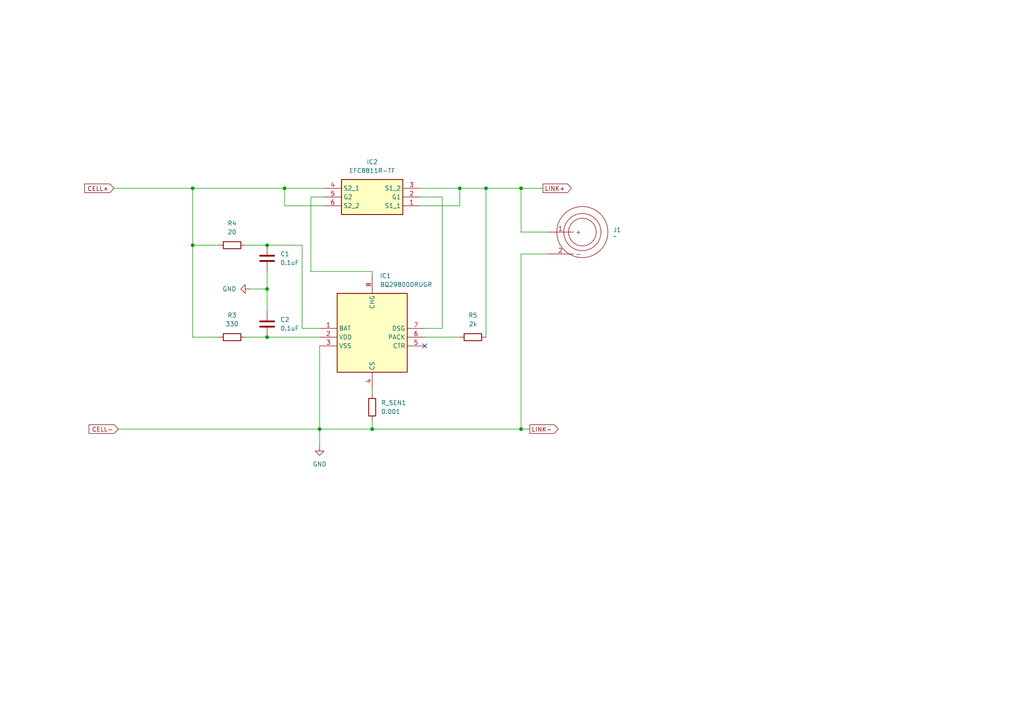
<source format=kicad_sch>
(kicad_sch
	(version 20231120)
	(generator "eeschema")
	(generator_version "8.0")
	(uuid "463bbe92-7f47-47ca-96a4-4d541ad2c704")
	(paper "A4")
	(lib_symbols
		(symbol "BQ298000RUGR:BQ298000RUGR"
			(exclude_from_sim no)
			(in_bom yes)
			(on_board yes)
			(property "Reference" "IC"
				(at 26.67 15.24 0)
				(effects
					(font
						(size 1.27 1.27)
					)
					(justify left top)
				)
			)
			(property "Value" "BQ298000RUGR"
				(at 26.67 12.7 0)
				(effects
					(font
						(size 1.27 1.27)
					)
					(justify left top)
				)
			)
			(property "Footprint" "ADS7056IRUGR"
				(at 26.67 -87.3 0)
				(effects
					(font
						(size 1.27 1.27)
					)
					(justify left top)
					(hide yes)
				)
			)
			(property "Datasheet" "http://www.ti.com/lit/ds/symlink/bq2980.pdf"
				(at 26.67 -187.3 0)
				(effects
					(font
						(size 1.27 1.27)
					)
					(justify left top)
					(hide yes)
				)
			)
			(property "Description" "Battery Management High Side Protector for Single-Cell Li-Ion and Li-Polymer Batteries 8-X2QFN -40 to 85"
				(at 0 0 0)
				(effects
					(font
						(size 1.27 1.27)
					)
					(hide yes)
				)
			)
			(property "Height" "0"
				(at 26.67 -387.3 0)
				(effects
					(font
						(size 1.27 1.27)
					)
					(justify left top)
					(hide yes)
				)
			)
			(property "Manufacturer_Name" "Texas Instruments"
				(at 26.67 -487.3 0)
				(effects
					(font
						(size 1.27 1.27)
					)
					(justify left top)
					(hide yes)
				)
			)
			(property "Manufacturer_Part_Number" "BQ298000RUGR"
				(at 26.67 -587.3 0)
				(effects
					(font
						(size 1.27 1.27)
					)
					(justify left top)
					(hide yes)
				)
			)
			(property "Mouser Part Number" "595-BQ298000RUGR"
				(at 26.67 -687.3 0)
				(effects
					(font
						(size 1.27 1.27)
					)
					(justify left top)
					(hide yes)
				)
			)
			(property "Mouser Price/Stock" "https://www.mouser.co.uk/ProductDetail/Texas-Instruments/BQ298000RUGR?qs=j%252B1pi9TdxUbn%2FH56y1yaKw%3D%3D"
				(at 26.67 -787.3 0)
				(effects
					(font
						(size 1.27 1.27)
					)
					(justify left top)
					(hide yes)
				)
			)
			(property "Arrow Part Number" "BQ298000RUGR"
				(at 26.67 -887.3 0)
				(effects
					(font
						(size 1.27 1.27)
					)
					(justify left top)
					(hide yes)
				)
			)
			(property "Arrow Price/Stock" "https://www.arrow.com/en/products/bq298000rugr/texas-instruments?utm_currency=USD&region=nac"
				(at 26.67 -987.3 0)
				(effects
					(font
						(size 1.27 1.27)
					)
					(justify left top)
					(hide yes)
				)
			)
			(symbol "BQ298000RUGR_1_1"
				(rectangle
					(start 5.08 10.16)
					(end 25.4 -12.7)
					(stroke
						(width 0.254)
						(type default)
					)
					(fill
						(type background)
					)
				)
				(pin passive line
					(at 0 0 0)
					(length 5.08)
					(name "BAT"
						(effects
							(font
								(size 1.27 1.27)
							)
						)
					)
					(number "1"
						(effects
							(font
								(size 1.27 1.27)
							)
						)
					)
				)
				(pin passive line
					(at 0 -2.54 0)
					(length 5.08)
					(name "VDD"
						(effects
							(font
								(size 1.27 1.27)
							)
						)
					)
					(number "2"
						(effects
							(font
								(size 1.27 1.27)
							)
						)
					)
				)
				(pin passive line
					(at 0 -5.08 0)
					(length 5.08)
					(name "VSS"
						(effects
							(font
								(size 1.27 1.27)
							)
						)
					)
					(number "3"
						(effects
							(font
								(size 1.27 1.27)
							)
						)
					)
				)
				(pin passive line
					(at 15.24 -17.78 90)
					(length 5.08)
					(name "CS"
						(effects
							(font
								(size 1.27 1.27)
							)
						)
					)
					(number "4"
						(effects
							(font
								(size 1.27 1.27)
							)
						)
					)
				)
				(pin passive line
					(at 30.48 -5.08 180)
					(length 5.08)
					(name "CTR"
						(effects
							(font
								(size 1.27 1.27)
							)
						)
					)
					(number "5"
						(effects
							(font
								(size 1.27 1.27)
							)
						)
					)
				)
				(pin passive line
					(at 30.48 -2.54 180)
					(length 5.08)
					(name "PACK"
						(effects
							(font
								(size 1.27 1.27)
							)
						)
					)
					(number "6"
						(effects
							(font
								(size 1.27 1.27)
							)
						)
					)
				)
				(pin passive line
					(at 30.48 0 180)
					(length 5.08)
					(name "DSG"
						(effects
							(font
								(size 1.27 1.27)
							)
						)
					)
					(number "7"
						(effects
							(font
								(size 1.27 1.27)
							)
						)
					)
				)
				(pin passive line
					(at 15.24 15.24 270)
					(length 5.08)
					(name "CHG"
						(effects
							(font
								(size 1.27 1.27)
							)
						)
					)
					(number "8"
						(effects
							(font
								(size 1.27 1.27)
							)
						)
					)
				)
			)
		)
		(symbol "Device:C"
			(pin_numbers hide)
			(pin_names
				(offset 0.254)
			)
			(exclude_from_sim no)
			(in_bom yes)
			(on_board yes)
			(property "Reference" "C"
				(at 0.635 2.54 0)
				(effects
					(font
						(size 1.27 1.27)
					)
					(justify left)
				)
			)
			(property "Value" "C"
				(at 0.635 -2.54 0)
				(effects
					(font
						(size 1.27 1.27)
					)
					(justify left)
				)
			)
			(property "Footprint" ""
				(at 0.9652 -3.81 0)
				(effects
					(font
						(size 1.27 1.27)
					)
					(hide yes)
				)
			)
			(property "Datasheet" "~"
				(at 0 0 0)
				(effects
					(font
						(size 1.27 1.27)
					)
					(hide yes)
				)
			)
			(property "Description" "Unpolarized capacitor"
				(at 0 0 0)
				(effects
					(font
						(size 1.27 1.27)
					)
					(hide yes)
				)
			)
			(property "ki_keywords" "cap capacitor"
				(at 0 0 0)
				(effects
					(font
						(size 1.27 1.27)
					)
					(hide yes)
				)
			)
			(property "ki_fp_filters" "C_*"
				(at 0 0 0)
				(effects
					(font
						(size 1.27 1.27)
					)
					(hide yes)
				)
			)
			(symbol "C_0_1"
				(polyline
					(pts
						(xy -2.032 -0.762) (xy 2.032 -0.762)
					)
					(stroke
						(width 0.508)
						(type default)
					)
					(fill
						(type none)
					)
				)
				(polyline
					(pts
						(xy -2.032 0.762) (xy 2.032 0.762)
					)
					(stroke
						(width 0.508)
						(type default)
					)
					(fill
						(type none)
					)
				)
			)
			(symbol "C_1_1"
				(pin passive line
					(at 0 3.81 270)
					(length 2.794)
					(name "~"
						(effects
							(font
								(size 1.27 1.27)
							)
						)
					)
					(number "1"
						(effects
							(font
								(size 1.27 1.27)
							)
						)
					)
				)
				(pin passive line
					(at 0 -3.81 90)
					(length 2.794)
					(name "~"
						(effects
							(font
								(size 1.27 1.27)
							)
						)
					)
					(number "2"
						(effects
							(font
								(size 1.27 1.27)
							)
						)
					)
				)
			)
		)
		(symbol "Device:R"
			(pin_numbers hide)
			(pin_names
				(offset 0)
			)
			(exclude_from_sim no)
			(in_bom yes)
			(on_board yes)
			(property "Reference" "R"
				(at 2.032 0 90)
				(effects
					(font
						(size 1.27 1.27)
					)
				)
			)
			(property "Value" "R"
				(at 0 0 90)
				(effects
					(font
						(size 1.27 1.27)
					)
				)
			)
			(property "Footprint" ""
				(at -1.778 0 90)
				(effects
					(font
						(size 1.27 1.27)
					)
					(hide yes)
				)
			)
			(property "Datasheet" "~"
				(at 0 0 0)
				(effects
					(font
						(size 1.27 1.27)
					)
					(hide yes)
				)
			)
			(property "Description" "Resistor"
				(at 0 0 0)
				(effects
					(font
						(size 1.27 1.27)
					)
					(hide yes)
				)
			)
			(property "ki_keywords" "R res resistor"
				(at 0 0 0)
				(effects
					(font
						(size 1.27 1.27)
					)
					(hide yes)
				)
			)
			(property "ki_fp_filters" "R_*"
				(at 0 0 0)
				(effects
					(font
						(size 1.27 1.27)
					)
					(hide yes)
				)
			)
			(symbol "R_0_1"
				(rectangle
					(start -1.016 -2.54)
					(end 1.016 2.54)
					(stroke
						(width 0.254)
						(type default)
					)
					(fill
						(type none)
					)
				)
			)
			(symbol "R_1_1"
				(pin passive line
					(at 0 3.81 270)
					(length 1.27)
					(name "~"
						(effects
							(font
								(size 1.27 1.27)
							)
						)
					)
					(number "1"
						(effects
							(font
								(size 1.27 1.27)
							)
						)
					)
				)
				(pin passive line
					(at 0 -3.81 90)
					(length 1.27)
					(name "~"
						(effects
							(font
								(size 1.27 1.27)
							)
						)
					)
					(number "2"
						(effects
							(font
								(size 1.27 1.27)
							)
						)
					)
				)
			)
		)
		(symbol "EFC8811R-TF:EFC8811R-TF"
			(exclude_from_sim no)
			(in_bom yes)
			(on_board yes)
			(property "Reference" "IC"
				(at 24.13 7.62 0)
				(effects
					(font
						(size 1.27 1.27)
					)
					(justify left top)
				)
			)
			(property "Value" "EFC8811R-TF"
				(at 24.13 5.08 0)
				(effects
					(font
						(size 1.27 1.27)
					)
					(justify left top)
				)
			)
			(property "Footprint" "EFC8811RTF"
				(at 24.13 -94.92 0)
				(effects
					(font
						(size 1.27 1.27)
					)
					(justify left top)
					(hide yes)
				)
			)
			(property "Datasheet" "https://www.onsemi.com/pub/Collateral/EFC8811R-D.PDF"
				(at 24.13 -194.92 0)
				(effects
					(font
						(size 1.27 1.27)
					)
					(justify left top)
					(hide yes)
				)
			)
			(property "Description" "RoHS compliance; 2.5 V drive; 2 kV ESD HBM; Common-Drain Type; ESD Diode-Protected Gate"
				(at 0 0 0)
				(effects
					(font
						(size 1.27 1.27)
					)
					(hide yes)
				)
			)
			(property "Height" "0.22"
				(at 24.13 -394.92 0)
				(effects
					(font
						(size 1.27 1.27)
					)
					(justify left top)
					(hide yes)
				)
			)
			(property "Manufacturer_Name" "onsemi"
				(at 24.13 -494.92 0)
				(effects
					(font
						(size 1.27 1.27)
					)
					(justify left top)
					(hide yes)
				)
			)
			(property "Manufacturer_Part_Number" "EFC8811R-TF"
				(at 24.13 -594.92 0)
				(effects
					(font
						(size 1.27 1.27)
					)
					(justify left top)
					(hide yes)
				)
			)
			(property "Mouser Part Number" "863-EFC8811R-TF"
				(at 24.13 -694.92 0)
				(effects
					(font
						(size 1.27 1.27)
					)
					(justify left top)
					(hide yes)
				)
			)
			(property "Mouser Price/Stock" "https://www.mouser.co.uk/ProductDetail/onsemi/EFC8811R-TF?qs=tCMd4XlZ%2FiDIfwld8LdqEw%3D%3D"
				(at 24.13 -794.92 0)
				(effects
					(font
						(size 1.27 1.27)
					)
					(justify left top)
					(hide yes)
				)
			)
			(property "Arrow Part Number" "EFC8811R-TF"
				(at 24.13 -894.92 0)
				(effects
					(font
						(size 1.27 1.27)
					)
					(justify left top)
					(hide yes)
				)
			)
			(property "Arrow Price/Stock" "https://www.arrow.com/en/products/efc8811r-tf/on-semiconductor?region=nac"
				(at 24.13 -994.92 0)
				(effects
					(font
						(size 1.27 1.27)
					)
					(justify left top)
					(hide yes)
				)
			)
			(symbol "EFC8811R-TF_1_1"
				(rectangle
					(start 5.08 2.54)
					(end 22.86 -7.62)
					(stroke
						(width 0.254)
						(type default)
					)
					(fill
						(type background)
					)
				)
				(pin passive line
					(at 0 0 0)
					(length 5.08)
					(name "S1_1"
						(effects
							(font
								(size 1.27 1.27)
							)
						)
					)
					(number "1"
						(effects
							(font
								(size 1.27 1.27)
							)
						)
					)
				)
				(pin passive line
					(at 0 -2.54 0)
					(length 5.08)
					(name "G1"
						(effects
							(font
								(size 1.27 1.27)
							)
						)
					)
					(number "2"
						(effects
							(font
								(size 1.27 1.27)
							)
						)
					)
				)
				(pin passive line
					(at 0 -5.08 0)
					(length 5.08)
					(name "S1_2"
						(effects
							(font
								(size 1.27 1.27)
							)
						)
					)
					(number "3"
						(effects
							(font
								(size 1.27 1.27)
							)
						)
					)
				)
				(pin passive line
					(at 27.94 -5.08 180)
					(length 5.08)
					(name "S2_1"
						(effects
							(font
								(size 1.27 1.27)
							)
						)
					)
					(number "4"
						(effects
							(font
								(size 1.27 1.27)
							)
						)
					)
				)
				(pin passive line
					(at 27.94 -2.54 180)
					(length 5.08)
					(name "G2"
						(effects
							(font
								(size 1.27 1.27)
							)
						)
					)
					(number "5"
						(effects
							(font
								(size 1.27 1.27)
							)
						)
					)
				)
				(pin passive line
					(at 27.94 0 180)
					(length 5.08)
					(name "S2_2"
						(effects
							(font
								(size 1.27 1.27)
							)
						)
					)
					(number "6"
						(effects
							(font
								(size 1.27 1.27)
							)
						)
					)
				)
			)
		)
		(symbol "enfitnix_bat_connector:concentric_rings"
			(exclude_from_sim no)
			(in_bom yes)
			(on_board yes)
			(property "Reference" "J"
				(at 0 0 0)
				(effects
					(font
						(size 1.27 1.27)
					)
				)
			)
			(property "Value" ""
				(at 0 0 0)
				(effects
					(font
						(size 1.27 1.27)
					)
				)
			)
			(property "Footprint" ""
				(at 0 0 0)
				(effects
					(font
						(size 1.27 1.27)
					)
					(hide yes)
				)
			)
			(property "Datasheet" ""
				(at 0 0 0)
				(effects
					(font
						(size 1.27 1.27)
					)
					(hide yes)
				)
			)
			(property "Description" ""
				(at 0 0 0)
				(effects
					(font
						(size 1.27 1.27)
					)
					(hide yes)
				)
			)
			(symbol "concentric_rings_0_1"
				(circle
					(center 0 0)
					(radius 4.0161)
					(stroke
						(width 0)
						(type default)
					)
					(fill
						(type none)
					)
				)
				(circle
					(center 0 0)
					(radius 5.3882)
					(stroke
						(width 0)
						(type default)
					)
					(fill
						(type none)
					)
				)
				(circle
					(center 0 0)
					(radius 7.4053)
					(stroke
						(width 0)
						(type default)
					)
					(fill
						(type none)
					)
				)
			)
			(symbol "concentric_rings_1_1"
				(pin power_in line
					(at -10.16 0 0)
					(length 7.62)
					(name "+"
						(effects
							(font
								(size 1.27 1.27)
							)
						)
					)
					(number "1"
						(effects
							(font
								(size 1.27 1.27)
							)
						)
					)
				)
				(pin power_in line
					(at -10.16 -6.35 0)
					(length 7.62)
					(name "-"
						(effects
							(font
								(size 1.27 1.27)
							)
						)
					)
					(number "2"
						(effects
							(font
								(size 1.27 1.27)
							)
						)
					)
				)
			)
		)
		(symbol "power:GND"
			(power)
			(pin_numbers hide)
			(pin_names
				(offset 0) hide)
			(exclude_from_sim no)
			(in_bom yes)
			(on_board yes)
			(property "Reference" "#PWR"
				(at 0 -6.35 0)
				(effects
					(font
						(size 1.27 1.27)
					)
					(hide yes)
				)
			)
			(property "Value" "GND"
				(at 0 -3.81 0)
				(effects
					(font
						(size 1.27 1.27)
					)
				)
			)
			(property "Footprint" ""
				(at 0 0 0)
				(effects
					(font
						(size 1.27 1.27)
					)
					(hide yes)
				)
			)
			(property "Datasheet" ""
				(at 0 0 0)
				(effects
					(font
						(size 1.27 1.27)
					)
					(hide yes)
				)
			)
			(property "Description" "Power symbol creates a global label with name \"GND\" , ground"
				(at 0 0 0)
				(effects
					(font
						(size 1.27 1.27)
					)
					(hide yes)
				)
			)
			(property "ki_keywords" "global power"
				(at 0 0 0)
				(effects
					(font
						(size 1.27 1.27)
					)
					(hide yes)
				)
			)
			(symbol "GND_0_1"
				(polyline
					(pts
						(xy 0 0) (xy 0 -1.27) (xy 1.27 -1.27) (xy 0 -2.54) (xy -1.27 -1.27) (xy 0 -1.27)
					)
					(stroke
						(width 0)
						(type default)
					)
					(fill
						(type none)
					)
				)
			)
			(symbol "GND_1_1"
				(pin power_in line
					(at 0 0 270)
					(length 0)
					(name "~"
						(effects
							(font
								(size 1.27 1.27)
							)
						)
					)
					(number "1"
						(effects
							(font
								(size 1.27 1.27)
							)
						)
					)
				)
			)
		)
	)
	(junction
		(at 55.88 71.12)
		(diameter 0)
		(color 0 0 0 0)
		(uuid "0ce3410c-b11c-4946-8112-96b8133f7edc")
	)
	(junction
		(at 151.13 54.61)
		(diameter 0)
		(color 0 0 0 0)
		(uuid "17296449-14c1-496e-b5ca-6195afb61913")
	)
	(junction
		(at 77.47 97.79)
		(diameter 0)
		(color 0 0 0 0)
		(uuid "2469aa5e-e97a-406d-a79a-e19821865f7b")
	)
	(junction
		(at 151.13 124.46)
		(diameter 0)
		(color 0 0 0 0)
		(uuid "370b9f3a-38f6-4358-9c23-4cfa4e6b3a79")
	)
	(junction
		(at 107.95 124.46)
		(diameter 0)
		(color 0 0 0 0)
		(uuid "3c2eb1a7-a53a-469e-8f00-be65389de870")
	)
	(junction
		(at 82.55 54.61)
		(diameter 0)
		(color 0 0 0 0)
		(uuid "3fd11a00-128e-40b7-8c30-535adda06dae")
	)
	(junction
		(at 77.47 83.82)
		(diameter 0)
		(color 0 0 0 0)
		(uuid "4af9ae30-561a-4b10-a330-d7b033a1331e")
	)
	(junction
		(at 55.88 54.61)
		(diameter 0)
		(color 0 0 0 0)
		(uuid "5de5f2e7-a63f-4ae8-8c3f-1d09c2e020ed")
	)
	(junction
		(at 133.35 54.61)
		(diameter 0)
		(color 0 0 0 0)
		(uuid "8a7838a1-5bb8-4543-af2f-81852b007ed8")
	)
	(junction
		(at 92.71 124.46)
		(diameter 0)
		(color 0 0 0 0)
		(uuid "abcabbe6-0d66-42b3-aa30-f6ed2f6558e0")
	)
	(junction
		(at 77.47 71.12)
		(diameter 0)
		(color 0 0 0 0)
		(uuid "b27147f3-9b6a-4730-9247-1e1565c88306")
	)
	(junction
		(at 140.97 54.61)
		(diameter 0)
		(color 0 0 0 0)
		(uuid "d4f6b4e2-9a4b-4a0b-bcbc-c084c6e0809f")
	)
	(no_connect
		(at 123.19 100.33)
		(uuid "22df750a-bd25-4455-8c01-51ae2495995b")
	)
	(wire
		(pts
			(xy 77.47 83.82) (xy 77.47 90.17)
		)
		(stroke
			(width 0)
			(type default)
		)
		(uuid "00495ec0-19d1-43aa-9268-d5d732eca226")
	)
	(wire
		(pts
			(xy 140.97 54.61) (xy 151.13 54.61)
		)
		(stroke
			(width 0)
			(type default)
		)
		(uuid "0105a284-39a7-4f74-9168-408ab2b31d5d")
	)
	(wire
		(pts
			(xy 93.98 59.69) (xy 82.55 59.69)
		)
		(stroke
			(width 0)
			(type default)
		)
		(uuid "1352805d-187a-4ea1-8968-0d6ce31ed3d3")
	)
	(wire
		(pts
			(xy 90.17 57.15) (xy 90.17 78.74)
		)
		(stroke
			(width 0)
			(type default)
		)
		(uuid "138a7dcf-14ba-40d9-b449-a54e25ed928f")
	)
	(wire
		(pts
			(xy 55.88 71.12) (xy 63.5 71.12)
		)
		(stroke
			(width 0)
			(type default)
		)
		(uuid "1a7c2a13-a9ac-4366-8ff2-fcbe4e98f8e3")
	)
	(wire
		(pts
			(xy 92.71 100.33) (xy 92.71 124.46)
		)
		(stroke
			(width 0)
			(type default)
		)
		(uuid "1b4318dc-d684-4efc-9df9-d55b36fd3dcc")
	)
	(wire
		(pts
			(xy 82.55 54.61) (xy 82.55 59.69)
		)
		(stroke
			(width 0)
			(type default)
		)
		(uuid "3004998b-0be0-4af4-8466-b01efc92523a")
	)
	(wire
		(pts
			(xy 93.98 54.61) (xy 82.55 54.61)
		)
		(stroke
			(width 0)
			(type default)
		)
		(uuid "312fcf79-8b5f-4ac5-9b9c-a19da943fd46")
	)
	(wire
		(pts
			(xy 133.35 54.61) (xy 133.35 59.69)
		)
		(stroke
			(width 0)
			(type default)
		)
		(uuid "33d5c37d-c817-4592-9d5d-ecfe0a75aba9")
	)
	(wire
		(pts
			(xy 77.47 97.79) (xy 71.12 97.79)
		)
		(stroke
			(width 0)
			(type default)
		)
		(uuid "466d94d4-243b-4a20-a47f-d8b2cae8205d")
	)
	(wire
		(pts
			(xy 151.13 67.31) (xy 151.13 54.61)
		)
		(stroke
			(width 0)
			(type default)
		)
		(uuid "46cbb370-b2d9-4fb8-a0df-79abb91a5034")
	)
	(wire
		(pts
			(xy 55.88 54.61) (xy 55.88 71.12)
		)
		(stroke
			(width 0)
			(type default)
		)
		(uuid "501c3599-87c9-4c36-92d5-1b2ab5c69906")
	)
	(wire
		(pts
			(xy 151.13 54.61) (xy 157.48 54.61)
		)
		(stroke
			(width 0)
			(type default)
		)
		(uuid "66ce782b-c5aa-4781-9f01-3a9affd68f9a")
	)
	(wire
		(pts
			(xy 121.92 54.61) (xy 133.35 54.61)
		)
		(stroke
			(width 0)
			(type default)
		)
		(uuid "6b4794ae-b1be-4b2a-9ad7-a161e1d0bc5a")
	)
	(wire
		(pts
			(xy 107.95 124.46) (xy 151.13 124.46)
		)
		(stroke
			(width 0)
			(type default)
		)
		(uuid "6ec3849b-04c5-4f98-b727-f567b6521862")
	)
	(wire
		(pts
			(xy 151.13 124.46) (xy 153.67 124.46)
		)
		(stroke
			(width 0)
			(type default)
		)
		(uuid "75ef58dd-27ce-4f99-92b9-0a58833f5733")
	)
	(wire
		(pts
			(xy 107.95 113.03) (xy 107.95 114.3)
		)
		(stroke
			(width 0)
			(type default)
		)
		(uuid "7a0908f7-3682-41b1-b283-7ece6dc40538")
	)
	(wire
		(pts
			(xy 151.13 73.66) (xy 151.13 124.46)
		)
		(stroke
			(width 0)
			(type default)
		)
		(uuid "811b424e-17aa-4f8f-a6f2-d8d12f453c6e")
	)
	(wire
		(pts
			(xy 140.97 97.79) (xy 140.97 54.61)
		)
		(stroke
			(width 0)
			(type default)
		)
		(uuid "8e6a50eb-ebaf-4436-9640-4e2594634c1a")
	)
	(wire
		(pts
			(xy 128.27 57.15) (xy 128.27 95.25)
		)
		(stroke
			(width 0)
			(type default)
		)
		(uuid "9396f279-e10a-423c-a3ce-b1bb082f8549")
	)
	(wire
		(pts
			(xy 158.75 67.31) (xy 151.13 67.31)
		)
		(stroke
			(width 0)
			(type default)
		)
		(uuid "9b4807b0-0d66-41a9-82f5-dfd829ccd48d")
	)
	(wire
		(pts
			(xy 55.88 71.12) (xy 55.88 97.79)
		)
		(stroke
			(width 0)
			(type default)
		)
		(uuid "a364762b-c756-452b-af4a-f5b76d4e8f3c")
	)
	(wire
		(pts
			(xy 33.02 54.61) (xy 55.88 54.61)
		)
		(stroke
			(width 0)
			(type default)
		)
		(uuid "a66f8b95-2775-4657-b8d9-53b7dacfe04b")
	)
	(wire
		(pts
			(xy 92.71 124.46) (xy 92.71 129.54)
		)
		(stroke
			(width 0)
			(type default)
		)
		(uuid "a79b22a5-c55f-40c9-a149-dde86944031d")
	)
	(wire
		(pts
			(xy 133.35 54.61) (xy 140.97 54.61)
		)
		(stroke
			(width 0)
			(type default)
		)
		(uuid "b1db5fda-33cf-44a9-9cd5-8fed1827c799")
	)
	(wire
		(pts
			(xy 93.98 57.15) (xy 90.17 57.15)
		)
		(stroke
			(width 0)
			(type default)
		)
		(uuid "bbd70b17-f87f-4096-b88c-f313bc277151")
	)
	(wire
		(pts
			(xy 90.17 78.74) (xy 107.95 78.74)
		)
		(stroke
			(width 0)
			(type default)
		)
		(uuid "be264c69-9efd-472e-b735-9916485bae82")
	)
	(wire
		(pts
			(xy 92.71 97.79) (xy 77.47 97.79)
		)
		(stroke
			(width 0)
			(type default)
		)
		(uuid "ca7ddc0c-947f-4528-a0ec-ac6c7f2f4995")
	)
	(wire
		(pts
			(xy 87.63 95.25) (xy 92.71 95.25)
		)
		(stroke
			(width 0)
			(type default)
		)
		(uuid "d1493a9a-054a-4658-adef-02cfa24420fe")
	)
	(wire
		(pts
			(xy 34.29 124.46) (xy 92.71 124.46)
		)
		(stroke
			(width 0)
			(type default)
		)
		(uuid "d2fd8bfc-8bf2-4dae-a10b-0727adb2976c")
	)
	(wire
		(pts
			(xy 121.92 57.15) (xy 128.27 57.15)
		)
		(stroke
			(width 0)
			(type default)
		)
		(uuid "d67a2794-bfe1-41c7-b593-e1b919ab32ac")
	)
	(wire
		(pts
			(xy 77.47 78.74) (xy 77.47 83.82)
		)
		(stroke
			(width 0)
			(type default)
		)
		(uuid "db467944-4844-4134-ad7d-a1c6b920f996")
	)
	(wire
		(pts
			(xy 82.55 54.61) (xy 55.88 54.61)
		)
		(stroke
			(width 0)
			(type default)
		)
		(uuid "dd187571-a249-49f8-aace-db9e22840109")
	)
	(wire
		(pts
			(xy 107.95 121.92) (xy 107.95 124.46)
		)
		(stroke
			(width 0)
			(type default)
		)
		(uuid "dde4d880-7f71-44b6-b5f4-9aba8e6d383d")
	)
	(wire
		(pts
			(xy 121.92 59.69) (xy 133.35 59.69)
		)
		(stroke
			(width 0)
			(type default)
		)
		(uuid "e0cbc063-9dab-4de3-8eb4-4532030757b5")
	)
	(wire
		(pts
			(xy 123.19 95.25) (xy 128.27 95.25)
		)
		(stroke
			(width 0)
			(type default)
		)
		(uuid "e5d92ffe-0e1a-463e-a76f-9d06b91273ab")
	)
	(wire
		(pts
			(xy 77.47 71.12) (xy 87.63 71.12)
		)
		(stroke
			(width 0)
			(type default)
		)
		(uuid "e901ea52-00df-443c-9f31-c88f06c2738f")
	)
	(wire
		(pts
			(xy 72.39 83.82) (xy 77.47 83.82)
		)
		(stroke
			(width 0)
			(type default)
		)
		(uuid "ec51e1b1-8c03-4e5b-8f9a-5a4b174c509b")
	)
	(wire
		(pts
			(xy 133.35 97.79) (xy 123.19 97.79)
		)
		(stroke
			(width 0)
			(type default)
		)
		(uuid "f199ecb2-41eb-4842-b758-b67ddee9e6fc")
	)
	(wire
		(pts
			(xy 87.63 71.12) (xy 87.63 95.25)
		)
		(stroke
			(width 0)
			(type default)
		)
		(uuid "f1c652b0-ca18-4b6d-9abe-e1e765246eed")
	)
	(wire
		(pts
			(xy 107.95 124.46) (xy 92.71 124.46)
		)
		(stroke
			(width 0)
			(type default)
		)
		(uuid "f2cf86a4-9483-47ca-870f-b7c3dec7f0e5")
	)
	(wire
		(pts
			(xy 158.75 73.66) (xy 151.13 73.66)
		)
		(stroke
			(width 0)
			(type default)
		)
		(uuid "f87f97c3-9470-400d-b960-2e107c1a77b0")
	)
	(wire
		(pts
			(xy 71.12 71.12) (xy 77.47 71.12)
		)
		(stroke
			(width 0)
			(type default)
		)
		(uuid "f9330dcc-c3aa-4cf5-96af-b3582f7dbd97")
	)
	(wire
		(pts
			(xy 63.5 97.79) (xy 55.88 97.79)
		)
		(stroke
			(width 0)
			(type default)
		)
		(uuid "fa899ddc-e7a5-4a24-8d0c-8b36b21cb82e")
	)
	(wire
		(pts
			(xy 107.95 78.74) (xy 107.95 80.01)
		)
		(stroke
			(width 0)
			(type default)
		)
		(uuid "fb6cc90b-1ed4-4466-8be5-467a1f28c29b")
	)
	(global_label "LINK+"
		(shape output)
		(at 157.48 54.61 0)
		(fields_autoplaced yes)
		(effects
			(font
				(size 1.27 1.27)
			)
			(justify left)
		)
		(uuid "17b7b020-ea04-4ea3-ad0b-1de102b2f62c")
		(property "Intersheetrefs" "${INTERSHEET_REFS}"
			(at 166.271 54.61 0)
			(effects
				(font
					(size 1.27 1.27)
				)
				(justify left)
				(hide yes)
			)
		)
	)
	(global_label "CELL+"
		(shape input)
		(at 33.02 54.61 180)
		(fields_autoplaced yes)
		(effects
			(font
				(size 1.27 1.27)
			)
			(justify right)
		)
		(uuid "75c85d78-066f-494e-819d-fb7e2433c7c9")
		(property "Intersheetrefs" "${INTERSHEET_REFS}"
			(at 23.9872 54.61 0)
			(effects
				(font
					(size 1.27 1.27)
				)
				(justify right)
				(hide yes)
			)
		)
	)
	(global_label "LINK-"
		(shape output)
		(at 153.67 124.46 0)
		(fields_autoplaced yes)
		(effects
			(font
				(size 1.27 1.27)
			)
			(justify left)
		)
		(uuid "76ab4e48-8a9e-4a25-b931-5a5a3e0b7531")
		(property "Intersheetrefs" "${INTERSHEET_REFS}"
			(at 162.461 124.46 0)
			(effects
				(font
					(size 1.27 1.27)
				)
				(justify left)
				(hide yes)
			)
		)
	)
	(global_label "CELL-"
		(shape input)
		(at 34.29 124.46 180)
		(fields_autoplaced yes)
		(effects
			(font
				(size 1.27 1.27)
			)
			(justify right)
		)
		(uuid "85f29c1a-54e0-47ca-b5d0-7d7d3b938b3d")
		(property "Intersheetrefs" "${INTERSHEET_REFS}"
			(at 25.2572 124.46 0)
			(effects
				(font
					(size 1.27 1.27)
				)
				(justify right)
				(hide yes)
			)
		)
	)
	(symbol
		(lib_id "power:GND")
		(at 92.71 129.54 0)
		(unit 1)
		(exclude_from_sim no)
		(in_bom yes)
		(on_board yes)
		(dnp no)
		(fields_autoplaced yes)
		(uuid "3d303392-963a-4f45-b993-38627ad041cc")
		(property "Reference" "#PWR02"
			(at 92.71 135.89 0)
			(effects
				(font
					(size 1.27 1.27)
				)
				(hide yes)
			)
		)
		(property "Value" "GND"
			(at 92.71 134.62 0)
			(effects
				(font
					(size 1.27 1.27)
				)
			)
		)
		(property "Footprint" ""
			(at 92.71 129.54 0)
			(effects
				(font
					(size 1.27 1.27)
				)
				(hide yes)
			)
		)
		(property "Datasheet" ""
			(at 92.71 129.54 0)
			(effects
				(font
					(size 1.27 1.27)
				)
				(hide yes)
			)
		)
		(property "Description" "Power symbol creates a global label with name \"GND\" , ground"
			(at 92.71 129.54 0)
			(effects
				(font
					(size 1.27 1.27)
				)
				(hide yes)
			)
		)
		(pin "1"
			(uuid "1ad0ff3d-bd1c-4d06-8769-5aecd0557c8c")
		)
		(instances
			(project "bms_18650"
				(path "/463bbe92-7f47-47ca-96a4-4d541ad2c704"
					(reference "#PWR02")
					(unit 1)
				)
			)
		)
	)
	(symbol
		(lib_id "power:GND")
		(at 72.39 83.82 270)
		(unit 1)
		(exclude_from_sim no)
		(in_bom yes)
		(on_board yes)
		(dnp no)
		(fields_autoplaced yes)
		(uuid "4a141521-de36-4409-ab9d-c42170cdf506")
		(property "Reference" "#PWR01"
			(at 66.04 83.82 0)
			(effects
				(font
					(size 1.27 1.27)
				)
				(hide yes)
			)
		)
		(property "Value" "GND"
			(at 68.58 83.8199 90)
			(effects
				(font
					(size 1.27 1.27)
				)
				(justify right)
			)
		)
		(property "Footprint" ""
			(at 72.39 83.82 0)
			(effects
				(font
					(size 1.27 1.27)
				)
				(hide yes)
			)
		)
		(property "Datasheet" ""
			(at 72.39 83.82 0)
			(effects
				(font
					(size 1.27 1.27)
				)
				(hide yes)
			)
		)
		(property "Description" "Power symbol creates a global label with name \"GND\" , ground"
			(at 72.39 83.82 0)
			(effects
				(font
					(size 1.27 1.27)
				)
				(hide yes)
			)
		)
		(pin "1"
			(uuid "39ae6e5a-ea87-4a4a-95a2-483ed0a1805e")
		)
		(instances
			(project "bms_18650"
				(path "/463bbe92-7f47-47ca-96a4-4d541ad2c704"
					(reference "#PWR01")
					(unit 1)
				)
			)
		)
	)
	(symbol
		(lib_id "Device:C")
		(at 77.47 93.98 0)
		(unit 1)
		(exclude_from_sim no)
		(in_bom yes)
		(on_board yes)
		(dnp no)
		(fields_autoplaced yes)
		(uuid "5235d43e-edc4-404a-b600-b5a0749c44f4")
		(property "Reference" "C2"
			(at 81.28 92.7099 0)
			(effects
				(font
					(size 1.27 1.27)
				)
				(justify left)
			)
		)
		(property "Value" "0.1uF"
			(at 81.28 95.2499 0)
			(effects
				(font
					(size 1.27 1.27)
				)
				(justify left)
			)
		)
		(property "Footprint" "Capacitor_SMD:C_0805_2012Metric_Pad1.18x1.45mm_HandSolder"
			(at 78.4352 97.79 0)
			(effects
				(font
					(size 1.27 1.27)
				)
				(hide yes)
			)
		)
		(property "Datasheet" "~"
			(at 77.47 93.98 0)
			(effects
				(font
					(size 1.27 1.27)
				)
				(hide yes)
			)
		)
		(property "Description" "Unpolarized capacitor"
			(at 77.47 93.98 0)
			(effects
				(font
					(size 1.27 1.27)
				)
				(hide yes)
			)
		)
		(pin "1"
			(uuid "5eb91347-d43b-4e87-9303-55324b8bb866")
		)
		(pin "2"
			(uuid "23ce079a-949e-4dcb-96af-eab54881fd89")
		)
		(instances
			(project "bms_18650"
				(path "/463bbe92-7f47-47ca-96a4-4d541ad2c704"
					(reference "C2")
					(unit 1)
				)
			)
		)
	)
	(symbol
		(lib_id "Device:C")
		(at 77.47 74.93 0)
		(unit 1)
		(exclude_from_sim no)
		(in_bom yes)
		(on_board yes)
		(dnp no)
		(fields_autoplaced yes)
		(uuid "6efadec9-8416-4f18-948b-a5c727bb5152")
		(property "Reference" "C1"
			(at 81.28 73.6599 0)
			(effects
				(font
					(size 1.27 1.27)
				)
				(justify left)
			)
		)
		(property "Value" "0.1uF"
			(at 81.28 76.1999 0)
			(effects
				(font
					(size 1.27 1.27)
				)
				(justify left)
			)
		)
		(property "Footprint" "Capacitor_SMD:C_0805_2012Metric_Pad1.18x1.45mm_HandSolder"
			(at 78.4352 78.74 0)
			(effects
				(font
					(size 1.27 1.27)
				)
				(hide yes)
			)
		)
		(property "Datasheet" "~"
			(at 77.47 74.93 0)
			(effects
				(font
					(size 1.27 1.27)
				)
				(hide yes)
			)
		)
		(property "Description" "Unpolarized capacitor"
			(at 77.47 74.93 0)
			(effects
				(font
					(size 1.27 1.27)
				)
				(hide yes)
			)
		)
		(pin "1"
			(uuid "0d8b323b-078b-4e9b-9006-e68143d90442")
		)
		(pin "2"
			(uuid "e2e309c7-7054-4276-892c-08c2e2b8f8d2")
		)
		(instances
			(project ""
				(path "/463bbe92-7f47-47ca-96a4-4d541ad2c704"
					(reference "C1")
					(unit 1)
				)
			)
		)
	)
	(symbol
		(lib_id "enfitnix_bat_connector:concentric_rings")
		(at 168.91 67.31 0)
		(unit 1)
		(exclude_from_sim no)
		(in_bom yes)
		(on_board yes)
		(dnp no)
		(fields_autoplaced yes)
		(uuid "7dba3272-5949-4b61-a431-de8e5e8f1478")
		(property "Reference" "J1"
			(at 177.8 66.6749 0)
			(effects
				(font
					(size 1.27 1.27)
				)
				(justify left)
			)
		)
		(property "Value" "~"
			(at 177.8 68.58 0)
			(effects
				(font
					(size 1.27 1.27)
				)
				(justify left)
			)
		)
		(property "Footprint" "Library:ENFITNIX_BAT"
			(at 168.91 67.31 0)
			(effects
				(font
					(size 1.27 1.27)
				)
				(hide yes)
			)
		)
		(property "Datasheet" ""
			(at 168.91 67.31 0)
			(effects
				(font
					(size 1.27 1.27)
				)
				(hide yes)
			)
		)
		(property "Description" ""
			(at 168.91 67.31 0)
			(effects
				(font
					(size 1.27 1.27)
				)
				(hide yes)
			)
		)
		(pin "1"
			(uuid "463626e5-df8d-4118-9232-f307947c5d39")
		)
		(pin "2"
			(uuid "a014264f-db07-4950-b4e8-7acb44b71387")
		)
		(instances
			(project ""
				(path "/463bbe92-7f47-47ca-96a4-4d541ad2c704"
					(reference "J1")
					(unit 1)
				)
			)
		)
	)
	(symbol
		(lib_id "Device:R")
		(at 137.16 97.79 270)
		(unit 1)
		(exclude_from_sim no)
		(in_bom yes)
		(on_board yes)
		(dnp no)
		(fields_autoplaced yes)
		(uuid "b9f74f4f-b30f-4ef9-952b-3846b686b3e8")
		(property "Reference" "R5"
			(at 137.16 91.44 90)
			(effects
				(font
					(size 1.27 1.27)
				)
			)
		)
		(property "Value" "2k"
			(at 137.16 93.98 90)
			(effects
				(font
					(size 1.27 1.27)
				)
			)
		)
		(property "Footprint" "Resistor_SMD:R_0805_2012Metric_Pad1.20x1.40mm_HandSolder"
			(at 137.16 96.012 90)
			(effects
				(font
					(size 1.27 1.27)
				)
				(hide yes)
			)
		)
		(property "Datasheet" "~"
			(at 137.16 97.79 0)
			(effects
				(font
					(size 1.27 1.27)
				)
				(hide yes)
			)
		)
		(property "Description" "Resistor"
			(at 137.16 97.79 0)
			(effects
				(font
					(size 1.27 1.27)
				)
				(hide yes)
			)
		)
		(pin "2"
			(uuid "4151e3ef-4485-4ee5-b3f5-80bbd56057ec")
		)
		(pin "1"
			(uuid "2ea7383b-7f9e-40f4-9935-8d88efeea2e8")
		)
		(instances
			(project "bms_18650"
				(path "/463bbe92-7f47-47ca-96a4-4d541ad2c704"
					(reference "R5")
					(unit 1)
				)
			)
		)
	)
	(symbol
		(lib_id "Device:R")
		(at 107.95 118.11 0)
		(unit 1)
		(exclude_from_sim no)
		(in_bom yes)
		(on_board yes)
		(dnp no)
		(fields_autoplaced yes)
		(uuid "bf973443-afe7-44bc-9835-bb13f82c23d8")
		(property "Reference" "R_SEN1"
			(at 110.49 116.8399 0)
			(effects
				(font
					(size 1.27 1.27)
				)
				(justify left)
			)
		)
		(property "Value" "0.001"
			(at 110.49 119.3799 0)
			(effects
				(font
					(size 1.27 1.27)
				)
				(justify left)
			)
		)
		(property "Footprint" "Resistor_SMD:R_0805_2012Metric_Pad1.20x1.40mm_HandSolder"
			(at 106.172 118.11 90)
			(effects
				(font
					(size 1.27 1.27)
				)
				(hide yes)
			)
		)
		(property "Datasheet" "~"
			(at 107.95 118.11 0)
			(effects
				(font
					(size 1.27 1.27)
				)
				(hide yes)
			)
		)
		(property "Description" "Resistor"
			(at 107.95 118.11 0)
			(effects
				(font
					(size 1.27 1.27)
				)
				(hide yes)
			)
		)
		(pin "2"
			(uuid "b1d731f3-b12f-4940-b621-3d05d182b634")
		)
		(pin "1"
			(uuid "ccbb2150-0164-4f3b-9f51-1c643edb1fd8")
		)
		(instances
			(project ""
				(path "/463bbe92-7f47-47ca-96a4-4d541ad2c704"
					(reference "R_SEN1")
					(unit 1)
				)
			)
		)
	)
	(symbol
		(lib_id "EFC8811R-TF:EFC8811R-TF")
		(at 121.92 59.69 180)
		(unit 1)
		(exclude_from_sim no)
		(in_bom yes)
		(on_board yes)
		(dnp no)
		(fields_autoplaced yes)
		(uuid "c19fe5b1-53a6-4bf3-bede-29974c9dd351")
		(property "Reference" "IC2"
			(at 107.95 46.99 0)
			(effects
				(font
					(size 1.27 1.27)
				)
			)
		)
		(property "Value" "EFC8811R-TF"
			(at 107.95 49.53 0)
			(effects
				(font
					(size 1.27 1.27)
				)
			)
		)
		(property "Footprint" "EFC8811RTF"
			(at 97.79 -35.23 0)
			(effects
				(font
					(size 1.27 1.27)
				)
				(justify left top)
				(hide yes)
			)
		)
		(property "Datasheet" "https://www.onsemi.com/pub/Collateral/EFC8811R-D.PDF"
			(at 97.79 -135.23 0)
			(effects
				(font
					(size 1.27 1.27)
				)
				(justify left top)
				(hide yes)
			)
		)
		(property "Description" "RoHS compliance; 2.5 V drive; 2 kV ESD HBM; Common-Drain Type; ESD Diode-Protected Gate"
			(at 121.92 59.69 0)
			(effects
				(font
					(size 1.27 1.27)
				)
				(hide yes)
			)
		)
		(property "Height" "0.22"
			(at 97.79 -335.23 0)
			(effects
				(font
					(size 1.27 1.27)
				)
				(justify left top)
				(hide yes)
			)
		)
		(property "Manufacturer_Name" "onsemi"
			(at 97.79 -435.23 0)
			(effects
				(font
					(size 1.27 1.27)
				)
				(justify left top)
				(hide yes)
			)
		)
		(property "Manufacturer_Part_Number" "EFC8811R-TF"
			(at 97.79 -535.23 0)
			(effects
				(font
					(size 1.27 1.27)
				)
				(justify left top)
				(hide yes)
			)
		)
		(property "Mouser Part Number" "863-EFC8811R-TF"
			(at 97.79 -635.23 0)
			(effects
				(font
					(size 1.27 1.27)
				)
				(justify left top)
				(hide yes)
			)
		)
		(property "Mouser Price/Stock" "https://www.mouser.co.uk/ProductDetail/onsemi/EFC8811R-TF?qs=tCMd4XlZ%2FiDIfwld8LdqEw%3D%3D"
			(at 97.79 -735.23 0)
			(effects
				(font
					(size 1.27 1.27)
				)
				(justify left top)
				(hide yes)
			)
		)
		(property "Arrow Part Number" "EFC8811R-TF"
			(at 97.79 -835.23 0)
			(effects
				(font
					(size 1.27 1.27)
				)
				(justify left top)
				(hide yes)
			)
		)
		(property "Arrow Price/Stock" "https://www.arrow.com/en/products/efc8811r-tf/on-semiconductor?region=nac"
			(at 97.79 -935.23 0)
			(effects
				(font
					(size 1.27 1.27)
				)
				(justify left top)
				(hide yes)
			)
		)
		(pin "4"
			(uuid "ef1d6c5d-b4f7-440c-aedd-f2050d906b01")
		)
		(pin "5"
			(uuid "9469400c-3d40-45ea-8f3f-ecec274bf491")
		)
		(pin "6"
			(uuid "67c3ddf5-4465-467d-8ed4-443eaeecf362")
		)
		(pin "3"
			(uuid "390061bc-8e70-44b4-8431-c4958ccd3843")
		)
		(pin "1"
			(uuid "a05cdadd-3e9c-4121-b453-52e2621f7950")
		)
		(pin "2"
			(uuid "2025eff4-3b75-444e-b864-48bf3c2989a8")
		)
		(instances
			(project ""
				(path "/463bbe92-7f47-47ca-96a4-4d541ad2c704"
					(reference "IC2")
					(unit 1)
				)
			)
		)
	)
	(symbol
		(lib_id "Device:R")
		(at 67.31 97.79 270)
		(unit 1)
		(exclude_from_sim no)
		(in_bom yes)
		(on_board yes)
		(dnp no)
		(fields_autoplaced yes)
		(uuid "cac6dffc-9740-41ee-9186-4362e615c377")
		(property "Reference" "R3"
			(at 67.31 91.44 90)
			(effects
				(font
					(size 1.27 1.27)
				)
			)
		)
		(property "Value" "330"
			(at 67.31 93.98 90)
			(effects
				(font
					(size 1.27 1.27)
				)
			)
		)
		(property "Footprint" "Resistor_SMD:R_0805_2012Metric_Pad1.20x1.40mm_HandSolder"
			(at 67.31 96.012 90)
			(effects
				(font
					(size 1.27 1.27)
				)
				(hide yes)
			)
		)
		(property "Datasheet" "~"
			(at 67.31 97.79 0)
			(effects
				(font
					(size 1.27 1.27)
				)
				(hide yes)
			)
		)
		(property "Description" "Resistor"
			(at 67.31 97.79 0)
			(effects
				(font
					(size 1.27 1.27)
				)
				(hide yes)
			)
		)
		(pin "2"
			(uuid "66ab35c2-3232-4552-9d5a-ed938d371ea4")
		)
		(pin "1"
			(uuid "236d4d9b-927c-4910-ba4f-078eb523e7fb")
		)
		(instances
			(project "bms_18650"
				(path "/463bbe92-7f47-47ca-96a4-4d541ad2c704"
					(reference "R3")
					(unit 1)
				)
			)
		)
	)
	(symbol
		(lib_id "BQ298000RUGR:BQ298000RUGR")
		(at 92.71 95.25 0)
		(unit 1)
		(exclude_from_sim no)
		(in_bom yes)
		(on_board yes)
		(dnp no)
		(fields_autoplaced yes)
		(uuid "cf5111d4-817b-4b56-8aee-96170ae4c2e3")
		(property "Reference" "IC1"
			(at 110.1441 80.01 0)
			(effects
				(font
					(size 1.27 1.27)
				)
				(justify left)
			)
		)
		(property "Value" "BQ298000RUGR"
			(at 110.1441 82.55 0)
			(effects
				(font
					(size 1.27 1.27)
				)
				(justify left)
			)
		)
		(property "Footprint" "ADS7056IRUGR"
			(at 119.38 182.55 0)
			(effects
				(font
					(size 1.27 1.27)
				)
				(justify left top)
				(hide yes)
			)
		)
		(property "Datasheet" "http://www.ti.com/lit/ds/symlink/bq2980.pdf"
			(at 119.38 282.55 0)
			(effects
				(font
					(size 1.27 1.27)
				)
				(justify left top)
				(hide yes)
			)
		)
		(property "Description" "Battery Management High Side Protector for Single-Cell Li-Ion and Li-Polymer Batteries 8-X2QFN -40 to 85"
			(at 92.71 95.25 0)
			(effects
				(font
					(size 1.27 1.27)
				)
				(hide yes)
			)
		)
		(property "Height" "0"
			(at 119.38 482.55 0)
			(effects
				(font
					(size 1.27 1.27)
				)
				(justify left top)
				(hide yes)
			)
		)
		(property "Manufacturer_Name" "Texas Instruments"
			(at 119.38 582.55 0)
			(effects
				(font
					(size 1.27 1.27)
				)
				(justify left top)
				(hide yes)
			)
		)
		(property "Manufacturer_Part_Number" "BQ298000RUGR"
			(at 119.38 682.55 0)
			(effects
				(font
					(size 1.27 1.27)
				)
				(justify left top)
				(hide yes)
			)
		)
		(property "Mouser Part Number" "595-BQ298000RUGR"
			(at 119.38 782.55 0)
			(effects
				(font
					(size 1.27 1.27)
				)
				(justify left top)
				(hide yes)
			)
		)
		(property "Mouser Price/Stock" "https://www.mouser.co.uk/ProductDetail/Texas-Instruments/BQ298000RUGR?qs=j%252B1pi9TdxUbn%2FH56y1yaKw%3D%3D"
			(at 119.38 882.55 0)
			(effects
				(font
					(size 1.27 1.27)
				)
				(justify left top)
				(hide yes)
			)
		)
		(property "Arrow Part Number" "BQ298000RUGR"
			(at 119.38 982.55 0)
			(effects
				(font
					(size 1.27 1.27)
				)
				(justify left top)
				(hide yes)
			)
		)
		(property "Arrow Price/Stock" "https://www.arrow.com/en/products/bq298000rugr/texas-instruments?utm_currency=USD&region=nac"
			(at 119.38 1082.55 0)
			(effects
				(font
					(size 1.27 1.27)
				)
				(justify left top)
				(hide yes)
			)
		)
		(pin "5"
			(uuid "eacaba31-e25e-45f6-9648-331bf4c479d0")
		)
		(pin "6"
			(uuid "8bc7a6ab-82d3-4d3b-a4ce-dc007f6e0c93")
		)
		(pin "8"
			(uuid "d1909c77-49d0-43a8-9761-818ce3c1152d")
		)
		(pin "1"
			(uuid "bde9298f-15d7-4252-9ede-a471ec1d6e1a")
		)
		(pin "7"
			(uuid "3661c04a-5484-48e9-8b7a-d1b6727441c4")
		)
		(pin "4"
			(uuid "f883c327-96b7-4650-a3fc-107e3d97bdcb")
		)
		(pin "2"
			(uuid "38a8809c-3deb-4fe2-95c0-129839ba3030")
		)
		(pin "3"
			(uuid "1dd0fb9f-be33-438d-a25f-7895a5b9ebb4")
		)
		(instances
			(project ""
				(path "/463bbe92-7f47-47ca-96a4-4d541ad2c704"
					(reference "IC1")
					(unit 1)
				)
			)
		)
	)
	(symbol
		(lib_id "Device:R")
		(at 67.31 71.12 270)
		(unit 1)
		(exclude_from_sim no)
		(in_bom yes)
		(on_board yes)
		(dnp no)
		(fields_autoplaced yes)
		(uuid "f1ef11d1-f53e-433d-bf22-86ee3a645a21")
		(property "Reference" "R4"
			(at 67.31 64.77 90)
			(effects
				(font
					(size 1.27 1.27)
				)
			)
		)
		(property "Value" "20"
			(at 67.31 67.31 90)
			(effects
				(font
					(size 1.27 1.27)
				)
			)
		)
		(property "Footprint" "Resistor_SMD:R_0805_2012Metric_Pad1.20x1.40mm_HandSolder"
			(at 67.31 69.342 90)
			(effects
				(font
					(size 1.27 1.27)
				)
				(hide yes)
			)
		)
		(property "Datasheet" "~"
			(at 67.31 71.12 0)
			(effects
				(font
					(size 1.27 1.27)
				)
				(hide yes)
			)
		)
		(property "Description" "Resistor"
			(at 67.31 71.12 0)
			(effects
				(font
					(size 1.27 1.27)
				)
				(hide yes)
			)
		)
		(pin "2"
			(uuid "8409473f-878d-4bfc-8b6c-dce06759f31a")
		)
		(pin "1"
			(uuid "198fa4d5-2296-4c72-b5c9-a824fd216e6f")
		)
		(instances
			(project "bms_18650"
				(path "/463bbe92-7f47-47ca-96a4-4d541ad2c704"
					(reference "R4")
					(unit 1)
				)
			)
		)
	)
	(sheet_instances
		(path "/"
			(page "1")
		)
	)
)

</source>
